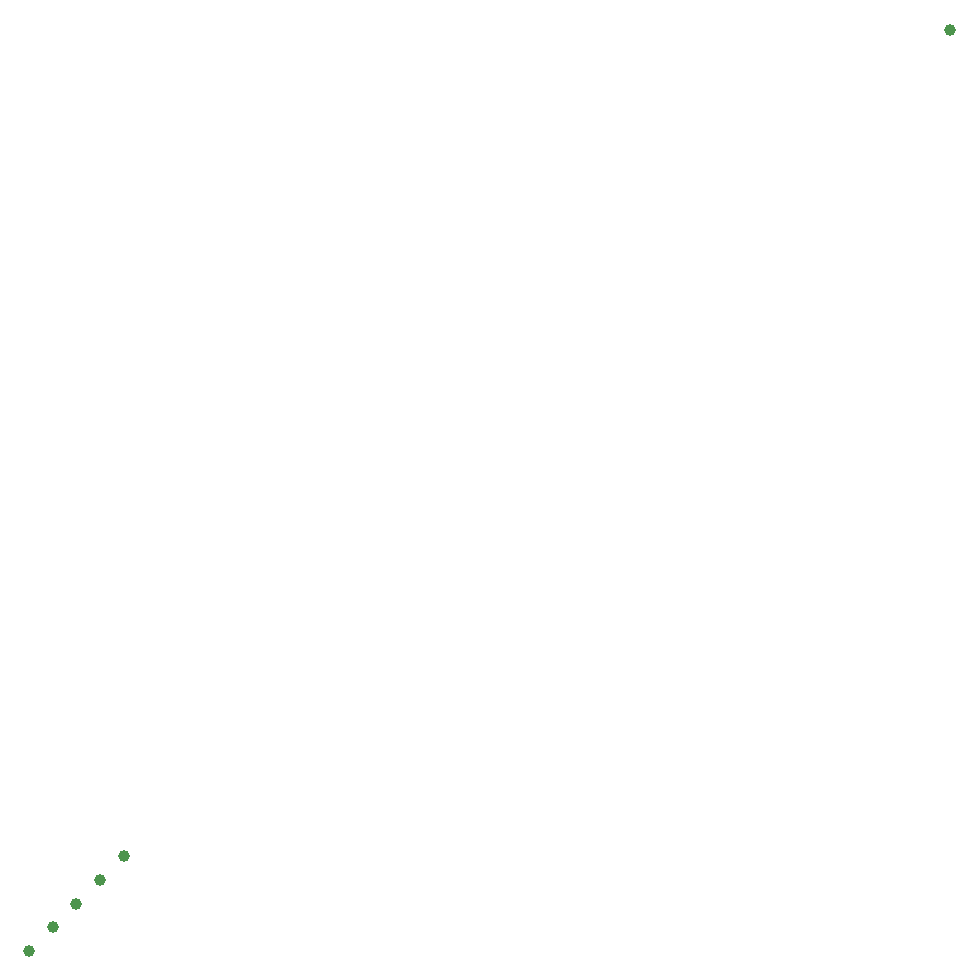
<source format=gbr>
G04 Examples for testing time performance of Gerber parsers*
%FSLAX26Y26*%
%MOMM*%
%ADD10C,1*%
%LPD*%
D10*
X0Y0D03*
X78000000Y78000000D03*
X2000000Y2000000D03*
X4000000Y4000000D03*
X6000000Y6000000D03*
X8000000Y8000000D03*
M02*

</source>
